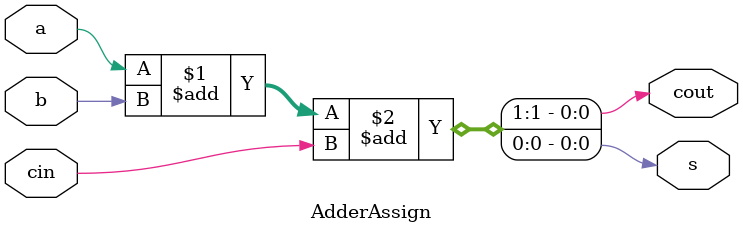
<source format=v>
`timescale 1ns / 1ps


module AdderAssign(cout, s, a, b, cin);
output cout;
output s;
input a;
input b;
input cin;
assign {cout,s} = a + b + cin;
endmodule

</source>
